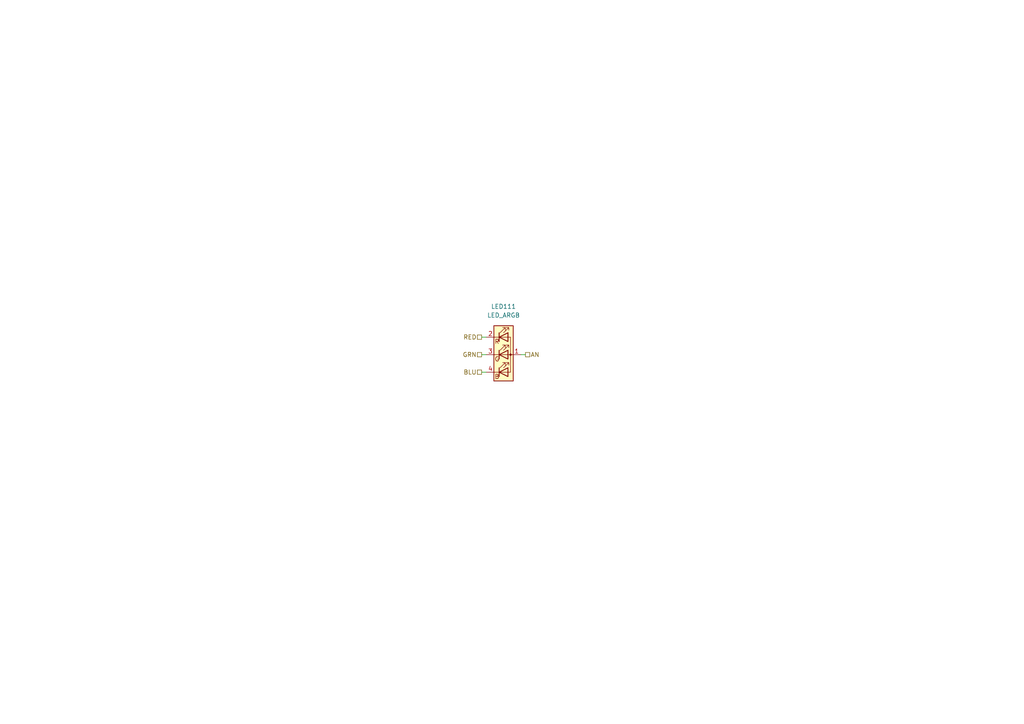
<source format=kicad_sch>
(kicad_sch (version 20250114) (generator "eeschema") (generator_version "9.0")
  (paper "A4")
  (lib_symbols
    (symbol "keyboard:LED_ARGB" (pin_names (offset 0) (hide yes))
      (property "Reference" "LED" (at 0 9.398 0))
      (property "Value" "LED_ARGB" (at 0 -8.89 0))
      (symbol "LED_ARGB_0_0"
        (text "R" (at -1.905 3.81 0) (effects (font (size 1.27 1.27))))
        (text "G" (at -1.905 -1.27 0) (effects (font (size 1.27 1.27))))
        (text "B" (at -1.905 -6.35 0) (effects (font (size 1.27 1.27))))
      )
      (symbol "LED_ARGB_0_1"
        (rectangle (start -2.794 8.382) (end 2.794 -7.62) (stroke (width 0.254)) (fill (type background)))
        (polyline (pts (xy -1.27 6.35) (xy -1.27 3.81)) (stroke (width 0.254)))
        (polyline (pts (xy -1.27 6.35) (xy -1.27 3.81) (xy -1.27 3.81)))
        (polyline (pts (xy -1.27 5.08) (xy -2.54 5.08)))
        (polyline (pts (xy -1.27 5.08) (xy 1.27 5.08)))
        (polyline (pts (xy -1.27 1.27) (xy -1.27 -1.27)) (stroke (width 0.254)))
        (polyline (pts (xy -1.27 1.27) (xy -1.27 -1.27) (xy -1.27 -1.27)))
        (polyline (pts (xy -1.27 0) (xy -2.54 0)))
        (polyline (pts (xy -1.27 -3.81) (xy -1.27 -6.35)) (stroke (width 0.254)))
        (polyline (pts (xy -1.27 -5.08) (xy -2.54 -5.08)))
        (polyline (pts (xy -1.27 -5.08) (xy 1.27 -5.08)))
        (polyline (pts (xy -1.016 6.35) (xy 0.508 7.874) (xy -0.254 7.874) (xy 0.508 7.874) (xy 0.508 7.112)))
        (polyline (pts (xy -1.016 1.27) (xy 0.508 2.794) (xy -0.254 2.794) (xy 0.508 2.794) (xy 0.508 2.032)))
        (polyline (pts (xy -1.016 -3.81) (xy 0.508 -2.286) (xy -0.254 -2.286) (xy 0.508 -2.286) (xy 0.508 -3.048)))
        (polyline (pts (xy 0 6.35) (xy 1.524 7.874) (xy 0.762 7.874) (xy 1.524 7.874) (xy 1.524 7.112)))
        (polyline (pts (xy 0 1.27) (xy 1.524 2.794) (xy 0.762 2.794) (xy 1.524 2.794) (xy 1.524 2.032)))
        (polyline (pts (xy 0 -3.81) (xy 1.524 -2.286) (xy 0.762 -2.286) (xy 1.524 -2.286) (xy 1.524 -3.048)))
        (polyline (pts (xy 1.27 6.35) (xy 1.27 3.81) (xy -1.27 5.08) (xy 1.27 6.35)) (stroke (width 0.254)))
        (rectangle (start 1.27 6.35) (end 1.27 6.35))
        (rectangle (start 1.27 3.81) (end 1.27 6.35))
        (polyline (pts (xy 1.27 1.27) (xy 1.27 -1.27) (xy -1.27 0) (xy 1.27 1.27)) (stroke (width 0.254)))
        (rectangle (start 1.27 1.27) (end 1.27 1.27))
        (polyline (pts (xy 1.27 0) (xy -1.27 0)))
        (polyline (pts (xy 1.27 0) (xy 2.54 0)))
        (rectangle (start 1.27 -1.27) (end 1.27 1.27))
        (polyline (pts (xy 1.27 -3.81) (xy 1.27 -6.35) (xy -1.27 -5.08) (xy 1.27 -3.81)) (stroke (width 0.254)))
        (polyline (pts (xy 1.27 -5.08) (xy 2.032 -5.08) (xy 2.032 5.08) (xy 1.27 5.08)))
        (circle (center 2.032 0) (radius 0.254) (fill (type outline)))
      )
      (symbol "LED_ARGB_1_1"
        (pin passive line (at -5.08 5.08 0) (length 2.54) (name "RK") (number "2"))
        (pin passive line (at -5.08 0 0) (length 2.54) (name "GK") (number "3"))
        (pin passive line (at -5.08 -5.08 0) (length 2.54) (name "BK") (number "4"))
        (pin passive line (at 5.08 0 180) (length 2.54) (name "A") (number "1"))
      )
    )
  )
  (wire (pts (xy 139.7 107.95) (xy 140.97 107.95)))
  (wire (pts (xy 139.7 97.79) (xy 140.97 97.79)))
  (wire (pts (xy 151.13 102.87) (xy 152.4 102.87)))
  (wire (pts (xy 139.7 102.87) (xy 140.97 102.87)))
  (hierarchical_label "GRN" (shape passive) (at 139.7 102.87 180))
  (hierarchical_label "RED" (shape passive) (at 139.7 97.79 180))
  (hierarchical_label "BLU" (shape passive) (at 139.7 107.95 180))
  (hierarchical_label "AN" (shape passive) (at 152.4 102.87 0))
  (symbol (lib_id "keyboard:LED_ARGB") (at 146.05 102.87 0) (unit 1)
    (property "Reference" "LED1" (at 146.05 88.9 0))
    (property "Value" "LED_ARGB" (at 146.05 91.44 0))
    (property "Footprint" "LED_SMD:LED_WS2812B-2020_PLCC4_2.0x2.0mm" (effects (hide yes)))
    (property "Description" "RGB LED, anode/red/green/blue" (effects (hide yes)))
    (instances (project "" (path "" (reference "LED111") (unit 1)) (path "" (reference "LED85") (unit 1)) (path "" (reference "LED37") (unit 1)) (path "" (reference "LED97") (unit 1)) (path "" (reference "LED41") (unit 1)) (path "" (reference "LED115") (unit 1)) (path "" (reference "LED87") (unit 1)) (path "" (reference "LED113") (unit 1)) (path "" (reference "LED76") (unit 1)) (path "" (reference "LED3") (unit 1)) (path "" (reference "LED75") (unit 1)) (path "" (reference "LED23") (unit 1)) (path "" (reference "LED91") (unit 1)) (path "" (reference "LED35") (unit 1)) (path "" (reference "LED21") (unit 1)) (path "" (reference "LED8") (unit 1)) (path "" (reference "LED77") (unit 1)) (path "" (reference "LED45") (unit 1)) (path "" (reference "LED13") (unit 1)) (path "" (reference "LED114") (unit 1)) (path "" (reference "LED90") (unit 1)) (path "" (reference "LED80") (unit 1)) (path "" (reference "LED32") (unit 1)) (path "" (reference "LED7") (unit 1)) (path "" (reference "LED53") (unit 1)) (path "" (reference "LED59") (unit 1)) (path "" (reference "LED104") (unit 1)) (path "" (reference "LED106") (unit 1)) (path "" (reference "LED58") (unit 1)) (path "" (reference "LED57") (unit 1)) (path "" (reference "LED54") (unit 1)) (path "" (reference "LED11") (unit 1)) (path "" (reference "LED74") (unit 1)) (path "" (reference "LED30") (unit 1)) (path "" (reference "LED95") (unit 1)) (path "" (reference "LED105") (unit 1)) (path "" (reference "LED98") (unit 1)) (path "" (reference "LED86") (unit 1)) (path "" (reference "LED63") (unit 1)) (path "" (reference "LED67") (unit 1)) (path "" (reference "LED33") (unit 1)) (path "" (reference "LED34") (unit 1)) (path "" (reference "LED15") (unit 1)) (path "" (reference "LED38") (unit 1)) (path "" (reference "LED12") (unit 1)) (path "" (reference "LED69") (unit 1)) (path "" (reference "LED117") (unit 1)) (path "" (reference "LED99") (unit 1)) (path "" (reference "LED49") (unit 1)) (path "" (reference "LED81") (unit 1)) (path "" (reference "LED116") (unit 1)) (path "" (reference "LED43") (unit 1)) (path "" (reference "LED108") (unit 1)) (path "" (reference "LED65") (unit 1)) (path "" (reference "LED55") (unit 1)) (path "" (reference "LED100") (unit 1)) (path "" (reference "LED107") (unit 1)) (path "" (reference "LED89") (unit 1)) (path "" (reference "LED17") (unit 1)) (path "" (reference "LED44") (unit 1)) (path "" (reference "LED118") (unit 1)) (path "" (reference "LED71") (unit 1)) (path "" (reference "LED26") (unit 1)) (path "" (reference "LED96") (unit 1)) (path "" (reference "LED64") (unit 1)) (path "" (reference "LED29") (unit 1)) (path "" (reference "LED82") (unit 1)) (path "" (reference "LED61") (unit 1)) (path "" (reference "LED92") (unit 1)) (path "" (reference "LED56") (unit 1)) (path "" (reference "LED20") (unit 1)) (path "" (reference "LED78") (unit 1)) (path "" (reference "LED50") (unit 1)) (path "" (reference "LED51") (unit 1)) (path "" (reference "LED70") (unit 1)) (path "" (reference "LED94") (unit 1)) (path "" (reference "LED2") (unit 1)) (path "" (reference "LED27") (unit 1)) (path "" (reference "LED102") (unit 1)) (path "" (reference "LED42") (unit 1)) (path "" (reference "LED83") (unit 1)) (path "" (reference "LED18") (unit 1)) (path "" (reference "LED79") (unit 1)) (path "" (reference "LED88") (unit 1)) (path "" (reference "LED22") (unit 1)) (path "" (reference "LED46") (unit 1)) (path "" (reference "LED24") (unit 1)) (path "" (reference "LED19") (unit 1)) (path "" (reference "LED62") (unit 1)) (path "" (reference "LED66") (unit 1)) (path "" (reference "LED103") (unit 1)) (path "" (reference "LED5") (unit 1)) (path "" (reference "LED109") (unit 1)) (path "" (reference "LED47") (unit 1)) (path "" (reference "LED73") (unit 1)) (path "" (reference "LED25") (unit 1)) (path "" (reference "LED1") (unit 1)) (path "" (reference "LED9") (unit 1)) (path "" (reference "LED36") (unit 1)) (path "" (reference "LED16") (unit 1)) (path "" (reference "LED60") (unit 1)) (path "" (reference "LED112") (unit 1)) (path "" (reference "LED39") (unit 1)) (path "" (reference "LED10") (unit 1)) (path "" (reference "LED52") (unit 1)) (path "" (reference "LED4") (unit 1)) (path "" (reference "LED84") (unit 1)) (path "" (reference "LED40") (unit 1)) (path "" (reference "LED48") (unit 1)) (path "" (reference "LED14") (unit 1)) (path "" (reference "LED6") (unit 1)) (path "" (reference "LED28") (unit 1)) (path "" (reference "LED101") (unit 1)) (path "" (reference "LED110") (unit 1)) (path "" (reference "LED72") (unit 1)) (path "" (reference "LED93") (unit 1)) (path "" (reference "LED68") (unit 1)) (path "" (reference "LED31") (unit 1))))
  )
)
</source>
